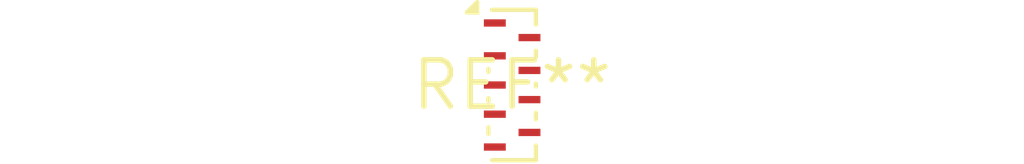
<source format=kicad_pcb>
(kicad_pcb (version 20240108) (generator pcbnew)
  (layers (0 "F.Cu" signal) (31 "B.Cu" signal) (34 "B.Paste" user) (35 "F.Paste" user) (36 "B.SilkS" user "B.Silkscreen") (37 "F.SilkS" user "F.Silkscreen") (38 "B.Mask" user) (39 "F.Mask" user) (44 "Edge.Cuts" user))
  (net 0 "")
  (footprint "UDFN-9_1.0x3.8mm_P0.5mm" (layer "F.Cu") (at 0 0)
    (property "Reference" "REF**")
    (property "Value" "UDFN-9_1.0x3.8mm_P0.5mm")
    (fp_line (start -0.65 -0.44) (end -0.65 -0.36) (layer "F.SilkS") (stroke (width 0.12)))
    (fp_line (start -0.65 0.36) (end -0.65 0.44) (layer "F.SilkS") (stroke (width 0.12)))
    (fp_line (start -0.65 1.16) (end -0.65 1.34) (layer "F.SilkS") (stroke (width 0.12)))
    (fp_line (start 0.65 -2.06) (end -0.55 -2.06) (layer "F.SilkS") (stroke (width 0.12)))
    (fp_line (start 0.65 -1.66) (end 0.65 -2.06) (layer "F.SilkS") (stroke (width 0.12)))
    (fp_line (start 0.65 -0.94) (end 0.65 -0.76) (layer "F.SilkS") (stroke (width 0.12)))
    (fp_line (start 0.65 -0.04) (end 0.65 0.04) (layer "F.SilkS") (stroke (width 0.12)))
    (fp_line (start 0.65 0.76) (end 0.65 0.94) (layer "F.SilkS") (stroke (width 0.12)))
    (fp_line (start 0.65 1.66) (end 0.65 2.06) (layer "F.SilkS") (stroke (width 0.12)))
    (fp_line (start 0.65 2.06) (end -0.55 2.06) (layer "F.SilkS") (stroke (width 0.12)))
    (fp_poly (pts (xy -0.96 -1.99) (xy -1.24 -1.99) (xy -0.96 -2.27) (xy -0.96 -1.99)) (layer "F.SilkS") (stroke (width 0.12)) (fill solid))
    (pad "1" smd rect (at -0.475 -1.7) (size 0.6 0.2) (layers "F.Cu" "F.Paste" "F.Mask"))
    (pad "2" smd rect (at -0.475 -0.8) (size 0.6 0.2) (layers "F.Cu" "F.Paste" "F.Mask"))
    (pad "3" smd rect (at -0.475 0) (size 0.6 0.2) (layers "F.Cu" "F.Paste" "F.Mask"))
    (pad "4" smd rect (at -0.475 0.8) (size 0.6 0.2) (layers "F.Cu" "F.Paste" "F.Mask"))
    (pad "5" smd rect (at -0.475 1.7) (size 0.6 0.2) (layers "F.Cu" "F.Paste" "F.Mask"))
    (pad "6" smd rect (at 0.475 1.3) (size 0.6 0.2) (layers "F.Cu" "F.Paste" "F.Mask"))
    (pad "7" smd rect (at 0.475 0.4) (size 0.6 0.2) (layers "F.Cu" "F.Paste" "F.Mask"))
    (pad "8" smd rect (at 0.475 -0.4) (size 0.6 0.2) (layers "F.Cu" "F.Paste" "F.Mask"))
    (pad "9" smd rect (at 0.475 -1.3) (size 0.6 0.2) (layers "F.Cu" "F.Paste" "F.Mask"))
  )
)
</source>
